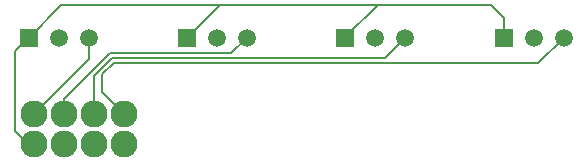
<source format=gbr>
%TF.GenerationSoftware,KiCad,Pcbnew,8.0.3-1.fc40*%
%TF.CreationDate,2024-07-04T21:42:45-04:00*%
%TF.ProjectId,sensor_v3,73656e73-6f72-45f7-9633-2e6b69636164,rev?*%
%TF.SameCoordinates,Original*%
%TF.FileFunction,Copper,L1,Top*%
%TF.FilePolarity,Positive*%
%FSLAX46Y46*%
G04 Gerber Fmt 4.6, Leading zero omitted, Abs format (unit mm)*
G04 Created by KiCad (PCBNEW 8.0.3-1.fc40) date 2024-07-04 21:42:45*
%MOMM*%
%LPD*%
G01*
G04 APERTURE LIST*
%TA.AperFunction,ComponentPad*%
%ADD10R,1.500000X1.500000*%
%TD*%
%TA.AperFunction,ComponentPad*%
%ADD11C,1.500000*%
%TD*%
%TA.AperFunction,ComponentPad*%
%ADD12C,2.286000*%
%TD*%
%TA.AperFunction,Conductor*%
%ADD13C,0.200000*%
%TD*%
G04 APERTURE END LIST*
D10*
%TO.P,U4,1,VCC*%
%TO.N,+3.3V*%
X21060000Y-22760000D03*
D11*
%TO.P,U4,2,GND*%
%TO.N,GND*%
X23600000Y-22760000D03*
%TO.P,U4,3,OUT*%
%TO.N,Net-(J1-Pin_8)*%
X26139999Y-22760000D03*
%TD*%
D10*
%TO.P,U3,1,VCC*%
%TO.N,+3.3V*%
X34460000Y-22760000D03*
D11*
%TO.P,U3,2,GND*%
%TO.N,GND*%
X37000000Y-22760000D03*
%TO.P,U3,3,OUT*%
%TO.N,Net-(J1-Pin_7)*%
X39539999Y-22760000D03*
%TD*%
D10*
%TO.P,U2,1,VCC*%
%TO.N,+3.3V*%
X47860000Y-22760000D03*
D11*
%TO.P,U2,2,GND*%
%TO.N,GND*%
X50400000Y-22760000D03*
%TO.P,U2,3,OUT*%
%TO.N,Net-(J1-Pin_6)*%
X52939999Y-22760000D03*
%TD*%
D10*
%TO.P,U1,1,VCC*%
%TO.N,+3.3V*%
X61260000Y-22760000D03*
D11*
%TO.P,U1,2,GND*%
%TO.N,GND*%
X63800000Y-22760000D03*
%TO.P,U1,3,OUT*%
%TO.N,Net-(J1-Pin_5)*%
X66339999Y-22760000D03*
%TD*%
D12*
%TO.P,J1,8,Pin_8*%
%TO.N,Net-(J1-Pin_8)*%
X21480001Y-29200000D03*
%TO.P,J1,7,Pin_7*%
%TO.N,Net-(J1-Pin_7)*%
X24020001Y-29200000D03*
%TO.P,J1,6,Pin_6*%
%TO.N,Net-(J1-Pin_6)*%
X26560001Y-29200000D03*
%TO.P,J1,5,Pin_5*%
%TO.N,Net-(J1-Pin_5)*%
X29100000Y-29200000D03*
%TO.P,J1,4,Pin_4*%
%TO.N,GND*%
X29100001Y-31740000D03*
%TO.P,J1,3,Pin_3*%
%TO.N,unconnected-(J1-Pin_3-Pad3)*%
X26560001Y-31740000D03*
%TO.P,J1,2,Pin_2*%
%TO.N,unconnected-(J1-Pin_2-Pad2)*%
X24020001Y-31740000D03*
%TO.P,J1,1,Pin_1*%
%TO.N,+3.3V*%
X21480001Y-31740000D03*
%TD*%
D13*
%TO.N,+3.3V*%
X37220000Y-20000000D02*
X37500000Y-20000000D01*
X37500000Y-20000000D02*
X37900000Y-20000000D01*
X23820000Y-20000000D02*
X37500000Y-20000000D01*
%TO.N,Net-(J1-Pin_7)*%
X39539999Y-22760000D02*
X38199999Y-24100000D01*
X38199999Y-24100000D02*
X27900000Y-24100000D01*
X27900000Y-24100000D02*
X24020001Y-27979999D01*
X24020001Y-27979999D02*
X24020001Y-29200000D01*
%TO.N,Net-(J1-Pin_6)*%
X26560001Y-29200000D02*
X26560001Y-26005685D01*
X26560001Y-26005685D02*
X28065686Y-24500000D01*
X28065686Y-24500000D02*
X51199999Y-24500000D01*
X51199999Y-24500000D02*
X52939999Y-22760000D01*
%TO.N,Net-(J1-Pin_5)*%
X66339999Y-22760000D02*
X64199999Y-24900000D01*
X64199999Y-24900000D02*
X28231372Y-24900000D01*
X28231372Y-24900000D02*
X27265686Y-25865686D01*
X27265686Y-25865686D02*
X27265686Y-27365686D01*
X27265686Y-27365686D02*
X29100000Y-29200000D01*
%TO.N,+3.3V*%
X21013500Y-31763500D02*
X19900000Y-30650000D01*
X19900000Y-30650000D02*
X19900000Y-23920000D01*
X19900000Y-23920000D02*
X21060000Y-22760000D01*
%TO.N,Net-(J1-Pin_8)*%
X26139999Y-22760000D02*
X26139999Y-24540002D01*
X26139999Y-24540002D02*
X21480001Y-29200000D01*
%TO.N,Net-(J1-Pin_5)*%
X28633499Y-29223500D02*
X28633499Y-28533499D01*
%TO.N,+3.3V*%
X61260000Y-22760000D02*
X61260000Y-21060000D01*
X61260000Y-21060000D02*
X60200000Y-20000000D01*
X60200000Y-20000000D02*
X50600000Y-20000000D01*
X47860000Y-22740000D02*
X50600000Y-20000000D01*
X50600000Y-20000000D02*
X37900000Y-20000000D01*
X47860000Y-22760000D02*
X47860000Y-22740000D01*
X34460000Y-22760000D02*
X37220000Y-20000000D01*
X21060000Y-22760000D02*
X23820000Y-20000000D01*
%TO.N,Net-(J1-Pin_7)*%
X23553500Y-29223500D02*
X23553500Y-28446500D01*
%TO.N,Net-(J1-Pin_6)*%
X26093500Y-29223500D02*
X26100000Y-29217000D01*
%TO.N,+3.3V*%
X34460000Y-22260000D02*
X34460000Y-22760000D01*
%TD*%
M02*

</source>
